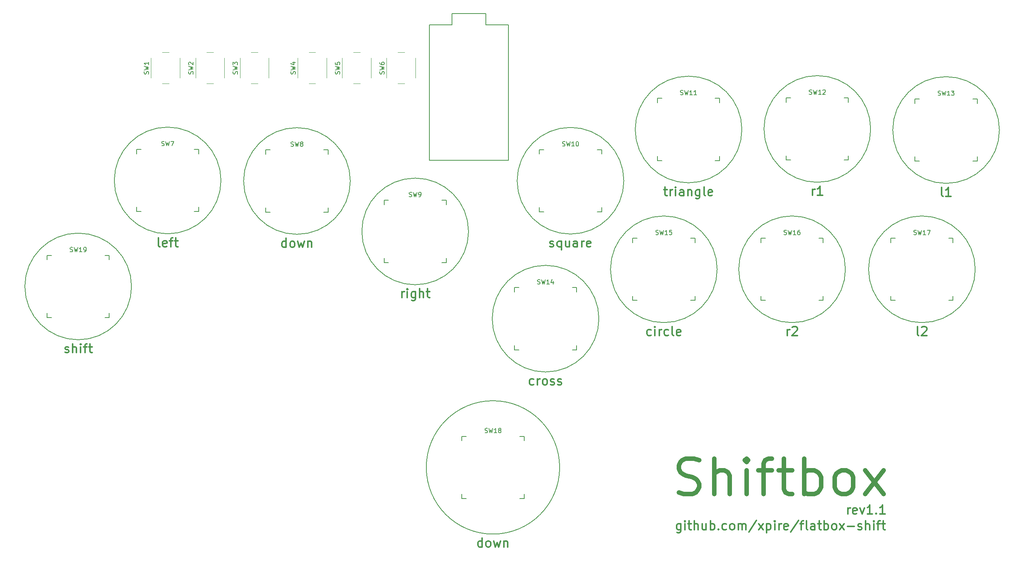
<source format=gto>
%TF.GenerationSoftware,KiCad,Pcbnew,(6.0.7)*%
%TF.CreationDate,2022-08-15T09:31:34+10:00*%
%TF.ProjectId,Flatbox-rev1_1,466c6174-626f-4782-9d72-6576315f312e,rev?*%
%TF.SameCoordinates,Original*%
%TF.FileFunction,Legend,Top*%
%TF.FilePolarity,Positive*%
%FSLAX46Y46*%
G04 Gerber Fmt 4.6, Leading zero omitted, Abs format (unit mm)*
G04 Created by KiCad (PCBNEW (6.0.7)) date 2022-08-15 09:31:34*
%MOMM*%
%LPD*%
G01*
G04 APERTURE LIST*
%ADD10C,0.300000*%
%ADD11C,0.200000*%
%ADD12C,1.000000*%
%ADD13C,0.150000*%
%ADD14C,0.120000*%
%ADD15R,1.600000X1.600000*%
%ADD16C,1.600000*%
%ADD17C,6.400000*%
%ADD18C,1.701800*%
%ADD19C,3.000000*%
%ADD20C,3.429000*%
%ADD21C,2.032000*%
%ADD22C,2.000000*%
G04 APERTURE END LIST*
D10*
X128991428Y-147524761D02*
X128991428Y-145524761D01*
X128991428Y-147429523D02*
X128800952Y-147524761D01*
X128420000Y-147524761D01*
X128229523Y-147429523D01*
X128134285Y-147334285D01*
X128039047Y-147143809D01*
X128039047Y-146572380D01*
X128134285Y-146381904D01*
X128229523Y-146286666D01*
X128420000Y-146191428D01*
X128800952Y-146191428D01*
X128991428Y-146286666D01*
X130229523Y-147524761D02*
X130039047Y-147429523D01*
X129943809Y-147334285D01*
X129848571Y-147143809D01*
X129848571Y-146572380D01*
X129943809Y-146381904D01*
X130039047Y-146286666D01*
X130229523Y-146191428D01*
X130515238Y-146191428D01*
X130705714Y-146286666D01*
X130800952Y-146381904D01*
X130896190Y-146572380D01*
X130896190Y-147143809D01*
X130800952Y-147334285D01*
X130705714Y-147429523D01*
X130515238Y-147524761D01*
X130229523Y-147524761D01*
X131562857Y-146191428D02*
X131943809Y-147524761D01*
X132324761Y-146572380D01*
X132705714Y-147524761D01*
X133086666Y-146191428D01*
X133848571Y-146191428D02*
X133848571Y-147524761D01*
X133848571Y-146381904D02*
X133943809Y-146286666D01*
X134134285Y-146191428D01*
X134420000Y-146191428D01*
X134610476Y-146286666D01*
X134705714Y-146477142D01*
X134705714Y-147524761D01*
X232645714Y-68604761D02*
X232455238Y-68509523D01*
X232360000Y-68319047D01*
X232360000Y-66604761D01*
X234455238Y-68604761D02*
X233312380Y-68604761D01*
X233883809Y-68604761D02*
X233883809Y-66604761D01*
X233693333Y-66890476D01*
X233502857Y-67080952D01*
X233312380Y-67176190D01*
X227205714Y-99944761D02*
X227015238Y-99849523D01*
X226920000Y-99659047D01*
X226920000Y-97944761D01*
X227872380Y-98135238D02*
X227967619Y-98040000D01*
X228158095Y-97944761D01*
X228634285Y-97944761D01*
X228824761Y-98040000D01*
X228920000Y-98135238D01*
X229015238Y-98325714D01*
X229015238Y-98516190D01*
X228920000Y-98801904D01*
X227777142Y-99944761D01*
X229015238Y-99944761D01*
X203294761Y-68364761D02*
X203294761Y-67031428D01*
X203294761Y-67412380D02*
X203390000Y-67221904D01*
X203485238Y-67126666D01*
X203675714Y-67031428D01*
X203866190Y-67031428D01*
X205580476Y-68364761D02*
X204437619Y-68364761D01*
X205009047Y-68364761D02*
X205009047Y-66364761D01*
X204818571Y-66650476D01*
X204628095Y-66840952D01*
X204437619Y-66936190D01*
X197614761Y-99944761D02*
X197614761Y-98611428D01*
X197614761Y-98992380D02*
X197710000Y-98801904D01*
X197805238Y-98706666D01*
X197995714Y-98611428D01*
X198186190Y-98611428D01*
X198757619Y-98135238D02*
X198852857Y-98040000D01*
X199043333Y-97944761D01*
X199519523Y-97944761D01*
X199710000Y-98040000D01*
X199805238Y-98135238D01*
X199900476Y-98325714D01*
X199900476Y-98516190D01*
X199805238Y-98801904D01*
X198662380Y-99944761D01*
X199900476Y-99944761D01*
X169848571Y-67151428D02*
X170610476Y-67151428D01*
X170134285Y-66484761D02*
X170134285Y-68199047D01*
X170229523Y-68389523D01*
X170420000Y-68484761D01*
X170610476Y-68484761D01*
X171277142Y-68484761D02*
X171277142Y-67151428D01*
X171277142Y-67532380D02*
X171372380Y-67341904D01*
X171467619Y-67246666D01*
X171658095Y-67151428D01*
X171848571Y-67151428D01*
X172515238Y-68484761D02*
X172515238Y-67151428D01*
X172515238Y-66484761D02*
X172420000Y-66580000D01*
X172515238Y-66675238D01*
X172610476Y-66580000D01*
X172515238Y-66484761D01*
X172515238Y-66675238D01*
X174324761Y-68484761D02*
X174324761Y-67437142D01*
X174229523Y-67246666D01*
X174039047Y-67151428D01*
X173658095Y-67151428D01*
X173467619Y-67246666D01*
X174324761Y-68389523D02*
X174134285Y-68484761D01*
X173658095Y-68484761D01*
X173467619Y-68389523D01*
X173372380Y-68199047D01*
X173372380Y-68008571D01*
X173467619Y-67818095D01*
X173658095Y-67722857D01*
X174134285Y-67722857D01*
X174324761Y-67627619D01*
X175277142Y-67151428D02*
X175277142Y-68484761D01*
X175277142Y-67341904D02*
X175372380Y-67246666D01*
X175562857Y-67151428D01*
X175848571Y-67151428D01*
X176039047Y-67246666D01*
X176134285Y-67437142D01*
X176134285Y-68484761D01*
X177943809Y-67151428D02*
X177943809Y-68770476D01*
X177848571Y-68960952D01*
X177753333Y-69056190D01*
X177562857Y-69151428D01*
X177277142Y-69151428D01*
X177086666Y-69056190D01*
X177943809Y-68389523D02*
X177753333Y-68484761D01*
X177372380Y-68484761D01*
X177181904Y-68389523D01*
X177086666Y-68294285D01*
X176991428Y-68103809D01*
X176991428Y-67532380D01*
X177086666Y-67341904D01*
X177181904Y-67246666D01*
X177372380Y-67151428D01*
X177753333Y-67151428D01*
X177943809Y-67246666D01*
X179181904Y-68484761D02*
X178991428Y-68389523D01*
X178896190Y-68199047D01*
X178896190Y-66484761D01*
X180705714Y-68389523D02*
X180515238Y-68484761D01*
X180134285Y-68484761D01*
X179943809Y-68389523D01*
X179848571Y-68199047D01*
X179848571Y-67437142D01*
X179943809Y-67246666D01*
X180134285Y-67151428D01*
X180515238Y-67151428D01*
X180705714Y-67246666D01*
X180800952Y-67437142D01*
X180800952Y-67627619D01*
X179848571Y-67818095D01*
X144240952Y-79919523D02*
X144431428Y-80014761D01*
X144812380Y-80014761D01*
X145002857Y-79919523D01*
X145098095Y-79729047D01*
X145098095Y-79633809D01*
X145002857Y-79443333D01*
X144812380Y-79348095D01*
X144526666Y-79348095D01*
X144336190Y-79252857D01*
X144240952Y-79062380D01*
X144240952Y-78967142D01*
X144336190Y-78776666D01*
X144526666Y-78681428D01*
X144812380Y-78681428D01*
X145002857Y-78776666D01*
X146812380Y-78681428D02*
X146812380Y-80681428D01*
X146812380Y-79919523D02*
X146621904Y-80014761D01*
X146240952Y-80014761D01*
X146050476Y-79919523D01*
X145955238Y-79824285D01*
X145860000Y-79633809D01*
X145860000Y-79062380D01*
X145955238Y-78871904D01*
X146050476Y-78776666D01*
X146240952Y-78681428D01*
X146621904Y-78681428D01*
X146812380Y-78776666D01*
X148621904Y-78681428D02*
X148621904Y-80014761D01*
X147764761Y-78681428D02*
X147764761Y-79729047D01*
X147860000Y-79919523D01*
X148050476Y-80014761D01*
X148336190Y-80014761D01*
X148526666Y-79919523D01*
X148621904Y-79824285D01*
X150431428Y-80014761D02*
X150431428Y-78967142D01*
X150336190Y-78776666D01*
X150145714Y-78681428D01*
X149764761Y-78681428D01*
X149574285Y-78776666D01*
X150431428Y-79919523D02*
X150240952Y-80014761D01*
X149764761Y-80014761D01*
X149574285Y-79919523D01*
X149479047Y-79729047D01*
X149479047Y-79538571D01*
X149574285Y-79348095D01*
X149764761Y-79252857D01*
X150240952Y-79252857D01*
X150431428Y-79157619D01*
X151383809Y-80014761D02*
X151383809Y-78681428D01*
X151383809Y-79062380D02*
X151479047Y-78871904D01*
X151574285Y-78776666D01*
X151764761Y-78681428D01*
X151955238Y-78681428D01*
X153383809Y-79919523D02*
X153193333Y-80014761D01*
X152812380Y-80014761D01*
X152621904Y-79919523D01*
X152526666Y-79729047D01*
X152526666Y-78967142D01*
X152621904Y-78776666D01*
X152812380Y-78681428D01*
X153193333Y-78681428D01*
X153383809Y-78776666D01*
X153479047Y-78967142D01*
X153479047Y-79157619D01*
X152526666Y-79348095D01*
X167002857Y-99849523D02*
X166812380Y-99944761D01*
X166431428Y-99944761D01*
X166240952Y-99849523D01*
X166145714Y-99754285D01*
X166050476Y-99563809D01*
X166050476Y-98992380D01*
X166145714Y-98801904D01*
X166240952Y-98706666D01*
X166431428Y-98611428D01*
X166812380Y-98611428D01*
X167002857Y-98706666D01*
X167860000Y-99944761D02*
X167860000Y-98611428D01*
X167860000Y-97944761D02*
X167764761Y-98040000D01*
X167860000Y-98135238D01*
X167955238Y-98040000D01*
X167860000Y-97944761D01*
X167860000Y-98135238D01*
X168812380Y-99944761D02*
X168812380Y-98611428D01*
X168812380Y-98992380D02*
X168907619Y-98801904D01*
X169002857Y-98706666D01*
X169193333Y-98611428D01*
X169383809Y-98611428D01*
X170907619Y-99849523D02*
X170717142Y-99944761D01*
X170336190Y-99944761D01*
X170145714Y-99849523D01*
X170050476Y-99754285D01*
X169955238Y-99563809D01*
X169955238Y-98992380D01*
X170050476Y-98801904D01*
X170145714Y-98706666D01*
X170336190Y-98611428D01*
X170717142Y-98611428D01*
X170907619Y-98706666D01*
X172050476Y-99944761D02*
X171860000Y-99849523D01*
X171764761Y-99659047D01*
X171764761Y-97944761D01*
X173574285Y-99849523D02*
X173383809Y-99944761D01*
X173002857Y-99944761D01*
X172812380Y-99849523D01*
X172717142Y-99659047D01*
X172717142Y-98897142D01*
X172812380Y-98706666D01*
X173002857Y-98611428D01*
X173383809Y-98611428D01*
X173574285Y-98706666D01*
X173669523Y-98897142D01*
X173669523Y-99087619D01*
X172717142Y-99278095D01*
X140583333Y-110959523D02*
X140392857Y-111054761D01*
X140011904Y-111054761D01*
X139821428Y-110959523D01*
X139726190Y-110864285D01*
X139630952Y-110673809D01*
X139630952Y-110102380D01*
X139726190Y-109911904D01*
X139821428Y-109816666D01*
X140011904Y-109721428D01*
X140392857Y-109721428D01*
X140583333Y-109816666D01*
X141440476Y-111054761D02*
X141440476Y-109721428D01*
X141440476Y-110102380D02*
X141535714Y-109911904D01*
X141630952Y-109816666D01*
X141821428Y-109721428D01*
X142011904Y-109721428D01*
X142964285Y-111054761D02*
X142773809Y-110959523D01*
X142678571Y-110864285D01*
X142583333Y-110673809D01*
X142583333Y-110102380D01*
X142678571Y-109911904D01*
X142773809Y-109816666D01*
X142964285Y-109721428D01*
X143250000Y-109721428D01*
X143440476Y-109816666D01*
X143535714Y-109911904D01*
X143630952Y-110102380D01*
X143630952Y-110673809D01*
X143535714Y-110864285D01*
X143440476Y-110959523D01*
X143250000Y-111054761D01*
X142964285Y-111054761D01*
X144392857Y-110959523D02*
X144583333Y-111054761D01*
X144964285Y-111054761D01*
X145154761Y-110959523D01*
X145250000Y-110769047D01*
X145250000Y-110673809D01*
X145154761Y-110483333D01*
X144964285Y-110388095D01*
X144678571Y-110388095D01*
X144488095Y-110292857D01*
X144392857Y-110102380D01*
X144392857Y-110007142D01*
X144488095Y-109816666D01*
X144678571Y-109721428D01*
X144964285Y-109721428D01*
X145154761Y-109816666D01*
X146011904Y-110959523D02*
X146202380Y-111054761D01*
X146583333Y-111054761D01*
X146773809Y-110959523D01*
X146869047Y-110769047D01*
X146869047Y-110673809D01*
X146773809Y-110483333D01*
X146583333Y-110388095D01*
X146297619Y-110388095D01*
X146107142Y-110292857D01*
X146011904Y-110102380D01*
X146011904Y-110007142D01*
X146107142Y-109816666D01*
X146297619Y-109721428D01*
X146583333Y-109721428D01*
X146773809Y-109816666D01*
X110920000Y-91424761D02*
X110920000Y-90091428D01*
X110920000Y-90472380D02*
X111015238Y-90281904D01*
X111110476Y-90186666D01*
X111300952Y-90091428D01*
X111491428Y-90091428D01*
X112158095Y-91424761D02*
X112158095Y-90091428D01*
X112158095Y-89424761D02*
X112062857Y-89520000D01*
X112158095Y-89615238D01*
X112253333Y-89520000D01*
X112158095Y-89424761D01*
X112158095Y-89615238D01*
X113967619Y-90091428D02*
X113967619Y-91710476D01*
X113872380Y-91900952D01*
X113777142Y-91996190D01*
X113586666Y-92091428D01*
X113300952Y-92091428D01*
X113110476Y-91996190D01*
X113967619Y-91329523D02*
X113777142Y-91424761D01*
X113396190Y-91424761D01*
X113205714Y-91329523D01*
X113110476Y-91234285D01*
X113015238Y-91043809D01*
X113015238Y-90472380D01*
X113110476Y-90281904D01*
X113205714Y-90186666D01*
X113396190Y-90091428D01*
X113777142Y-90091428D01*
X113967619Y-90186666D01*
X114920000Y-91424761D02*
X114920000Y-89424761D01*
X115777142Y-91424761D02*
X115777142Y-90377142D01*
X115681904Y-90186666D01*
X115491428Y-90091428D01*
X115205714Y-90091428D01*
X115015238Y-90186666D01*
X114920000Y-90281904D01*
X116443809Y-90091428D02*
X117205714Y-90091428D01*
X116729523Y-89424761D02*
X116729523Y-91139047D01*
X116824761Y-91329523D01*
X117015238Y-91424761D01*
X117205714Y-91424761D01*
X84891428Y-80074761D02*
X84891428Y-78074761D01*
X84891428Y-79979523D02*
X84700952Y-80074761D01*
X84320000Y-80074761D01*
X84129523Y-79979523D01*
X84034285Y-79884285D01*
X83939047Y-79693809D01*
X83939047Y-79122380D01*
X84034285Y-78931904D01*
X84129523Y-78836666D01*
X84320000Y-78741428D01*
X84700952Y-78741428D01*
X84891428Y-78836666D01*
X86129523Y-80074761D02*
X85939047Y-79979523D01*
X85843809Y-79884285D01*
X85748571Y-79693809D01*
X85748571Y-79122380D01*
X85843809Y-78931904D01*
X85939047Y-78836666D01*
X86129523Y-78741428D01*
X86415238Y-78741428D01*
X86605714Y-78836666D01*
X86700952Y-78931904D01*
X86796190Y-79122380D01*
X86796190Y-79693809D01*
X86700952Y-79884285D01*
X86605714Y-79979523D01*
X86415238Y-80074761D01*
X86129523Y-80074761D01*
X87462857Y-78741428D02*
X87843809Y-80074761D01*
X88224761Y-79122380D01*
X88605714Y-80074761D01*
X88986666Y-78741428D01*
X89748571Y-78741428D02*
X89748571Y-80074761D01*
X89748571Y-78931904D02*
X89843809Y-78836666D01*
X90034285Y-78741428D01*
X90320000Y-78741428D01*
X90510476Y-78836666D01*
X90605714Y-79027142D01*
X90605714Y-80074761D01*
X56463095Y-79954761D02*
X56272619Y-79859523D01*
X56177380Y-79669047D01*
X56177380Y-77954761D01*
X57986904Y-79859523D02*
X57796428Y-79954761D01*
X57415476Y-79954761D01*
X57225000Y-79859523D01*
X57129761Y-79669047D01*
X57129761Y-78907142D01*
X57225000Y-78716666D01*
X57415476Y-78621428D01*
X57796428Y-78621428D01*
X57986904Y-78716666D01*
X58082142Y-78907142D01*
X58082142Y-79097619D01*
X57129761Y-79288095D01*
X58653571Y-78621428D02*
X59415476Y-78621428D01*
X58939285Y-79954761D02*
X58939285Y-78240476D01*
X59034523Y-78050000D01*
X59225000Y-77954761D01*
X59415476Y-77954761D01*
X59796428Y-78621428D02*
X60558333Y-78621428D01*
X60082142Y-77954761D02*
X60082142Y-79669047D01*
X60177380Y-79859523D01*
X60367857Y-79954761D01*
X60558333Y-79954761D01*
X35147619Y-103709523D02*
X35338095Y-103804761D01*
X35719047Y-103804761D01*
X35909523Y-103709523D01*
X36004761Y-103519047D01*
X36004761Y-103423809D01*
X35909523Y-103233333D01*
X35719047Y-103138095D01*
X35433333Y-103138095D01*
X35242857Y-103042857D01*
X35147619Y-102852380D01*
X35147619Y-102757142D01*
X35242857Y-102566666D01*
X35433333Y-102471428D01*
X35719047Y-102471428D01*
X35909523Y-102566666D01*
X36861904Y-103804761D02*
X36861904Y-101804761D01*
X37719047Y-103804761D02*
X37719047Y-102757142D01*
X37623809Y-102566666D01*
X37433333Y-102471428D01*
X37147619Y-102471428D01*
X36957142Y-102566666D01*
X36861904Y-102661904D01*
X38671428Y-103804761D02*
X38671428Y-102471428D01*
X38671428Y-101804761D02*
X38576190Y-101900000D01*
X38671428Y-101995238D01*
X38766666Y-101900000D01*
X38671428Y-101804761D01*
X38671428Y-101995238D01*
X39338095Y-102471428D02*
X40100000Y-102471428D01*
X39623809Y-103804761D02*
X39623809Y-102090476D01*
X39719047Y-101900000D01*
X39909523Y-101804761D01*
X40100000Y-101804761D01*
X40480952Y-102471428D02*
X41242857Y-102471428D01*
X40766666Y-101804761D02*
X40766666Y-103519047D01*
X40861904Y-103709523D01*
X41052380Y-103804761D01*
X41242857Y-103804761D01*
X173659428Y-142319428D02*
X173659428Y-143938476D01*
X173564190Y-144128952D01*
X173468952Y-144224190D01*
X173278476Y-144319428D01*
X172992761Y-144319428D01*
X172802285Y-144224190D01*
X173659428Y-143557523D02*
X173468952Y-143652761D01*
X173088000Y-143652761D01*
X172897523Y-143557523D01*
X172802285Y-143462285D01*
X172707047Y-143271809D01*
X172707047Y-142700380D01*
X172802285Y-142509904D01*
X172897523Y-142414666D01*
X173088000Y-142319428D01*
X173468952Y-142319428D01*
X173659428Y-142414666D01*
X174611809Y-143652761D02*
X174611809Y-142319428D01*
X174611809Y-141652761D02*
X174516571Y-141748000D01*
X174611809Y-141843238D01*
X174707047Y-141748000D01*
X174611809Y-141652761D01*
X174611809Y-141843238D01*
X175278476Y-142319428D02*
X176040380Y-142319428D01*
X175564190Y-141652761D02*
X175564190Y-143367047D01*
X175659428Y-143557523D01*
X175849904Y-143652761D01*
X176040380Y-143652761D01*
X176707047Y-143652761D02*
X176707047Y-141652761D01*
X177564190Y-143652761D02*
X177564190Y-142605142D01*
X177468952Y-142414666D01*
X177278476Y-142319428D01*
X176992761Y-142319428D01*
X176802285Y-142414666D01*
X176707047Y-142509904D01*
X179373714Y-142319428D02*
X179373714Y-143652761D01*
X178516571Y-142319428D02*
X178516571Y-143367047D01*
X178611809Y-143557523D01*
X178802285Y-143652761D01*
X179088000Y-143652761D01*
X179278476Y-143557523D01*
X179373714Y-143462285D01*
X180326095Y-143652761D02*
X180326095Y-141652761D01*
X180326095Y-142414666D02*
X180516571Y-142319428D01*
X180897523Y-142319428D01*
X181088000Y-142414666D01*
X181183238Y-142509904D01*
X181278476Y-142700380D01*
X181278476Y-143271809D01*
X181183238Y-143462285D01*
X181088000Y-143557523D01*
X180897523Y-143652761D01*
X180516571Y-143652761D01*
X180326095Y-143557523D01*
X182135619Y-143462285D02*
X182230857Y-143557523D01*
X182135619Y-143652761D01*
X182040380Y-143557523D01*
X182135619Y-143462285D01*
X182135619Y-143652761D01*
X183945142Y-143557523D02*
X183754666Y-143652761D01*
X183373714Y-143652761D01*
X183183238Y-143557523D01*
X183087999Y-143462285D01*
X182992761Y-143271809D01*
X182992761Y-142700380D01*
X183087999Y-142509904D01*
X183183238Y-142414666D01*
X183373714Y-142319428D01*
X183754666Y-142319428D01*
X183945142Y-142414666D01*
X185087999Y-143652761D02*
X184897523Y-143557523D01*
X184802285Y-143462285D01*
X184707047Y-143271809D01*
X184707047Y-142700380D01*
X184802285Y-142509904D01*
X184897523Y-142414666D01*
X185087999Y-142319428D01*
X185373714Y-142319428D01*
X185564190Y-142414666D01*
X185659428Y-142509904D01*
X185754666Y-142700380D01*
X185754666Y-143271809D01*
X185659428Y-143462285D01*
X185564190Y-143557523D01*
X185373714Y-143652761D01*
X185087999Y-143652761D01*
X186611809Y-143652761D02*
X186611809Y-142319428D01*
X186611809Y-142509904D02*
X186707047Y-142414666D01*
X186897523Y-142319428D01*
X187183238Y-142319428D01*
X187373714Y-142414666D01*
X187468952Y-142605142D01*
X187468952Y-143652761D01*
X187468952Y-142605142D02*
X187564190Y-142414666D01*
X187754666Y-142319428D01*
X188040380Y-142319428D01*
X188230857Y-142414666D01*
X188326095Y-142605142D01*
X188326095Y-143652761D01*
X190707047Y-141557523D02*
X188992761Y-144128952D01*
X191183238Y-143652761D02*
X192230857Y-142319428D01*
X191183238Y-142319428D02*
X192230857Y-143652761D01*
X192992761Y-142319428D02*
X192992761Y-144319428D01*
X192992761Y-142414666D02*
X193183238Y-142319428D01*
X193564190Y-142319428D01*
X193754666Y-142414666D01*
X193849904Y-142509904D01*
X193945142Y-142700380D01*
X193945142Y-143271809D01*
X193849904Y-143462285D01*
X193754666Y-143557523D01*
X193564190Y-143652761D01*
X193183238Y-143652761D01*
X192992761Y-143557523D01*
X194802285Y-143652761D02*
X194802285Y-142319428D01*
X194802285Y-141652761D02*
X194707047Y-141748000D01*
X194802285Y-141843238D01*
X194897523Y-141748000D01*
X194802285Y-141652761D01*
X194802285Y-141843238D01*
X195754666Y-143652761D02*
X195754666Y-142319428D01*
X195754666Y-142700380D02*
X195849904Y-142509904D01*
X195945142Y-142414666D01*
X196135619Y-142319428D01*
X196326095Y-142319428D01*
X197754666Y-143557523D02*
X197564190Y-143652761D01*
X197183238Y-143652761D01*
X196992761Y-143557523D01*
X196897523Y-143367047D01*
X196897523Y-142605142D01*
X196992761Y-142414666D01*
X197183238Y-142319428D01*
X197564190Y-142319428D01*
X197754666Y-142414666D01*
X197849904Y-142605142D01*
X197849904Y-142795619D01*
X196897523Y-142986095D01*
X200135619Y-141557523D02*
X198421333Y-144128952D01*
X200516571Y-142319428D02*
X201278476Y-142319428D01*
X200802285Y-143652761D02*
X200802285Y-141938476D01*
X200897523Y-141748000D01*
X201087999Y-141652761D01*
X201278476Y-141652761D01*
X202230857Y-143652761D02*
X202040380Y-143557523D01*
X201945142Y-143367047D01*
X201945142Y-141652761D01*
X203849904Y-143652761D02*
X203849904Y-142605142D01*
X203754666Y-142414666D01*
X203564190Y-142319428D01*
X203183238Y-142319428D01*
X202992761Y-142414666D01*
X203849904Y-143557523D02*
X203659428Y-143652761D01*
X203183238Y-143652761D01*
X202992761Y-143557523D01*
X202897523Y-143367047D01*
X202897523Y-143176571D01*
X202992761Y-142986095D01*
X203183238Y-142890857D01*
X203659428Y-142890857D01*
X203849904Y-142795619D01*
X204516571Y-142319428D02*
X205278476Y-142319428D01*
X204802285Y-141652761D02*
X204802285Y-143367047D01*
X204897523Y-143557523D01*
X205087999Y-143652761D01*
X205278476Y-143652761D01*
X205945142Y-143652761D02*
X205945142Y-141652761D01*
X205945142Y-142414666D02*
X206135619Y-142319428D01*
X206516571Y-142319428D01*
X206707047Y-142414666D01*
X206802285Y-142509904D01*
X206897523Y-142700380D01*
X206897523Y-143271809D01*
X206802285Y-143462285D01*
X206707047Y-143557523D01*
X206516571Y-143652761D01*
X206135619Y-143652761D01*
X205945142Y-143557523D01*
X208040380Y-143652761D02*
X207849904Y-143557523D01*
X207754666Y-143462285D01*
X207659428Y-143271809D01*
X207659428Y-142700380D01*
X207754666Y-142509904D01*
X207849904Y-142414666D01*
X208040380Y-142319428D01*
X208326095Y-142319428D01*
X208516571Y-142414666D01*
X208611809Y-142509904D01*
X208707047Y-142700380D01*
X208707047Y-143271809D01*
X208611809Y-143462285D01*
X208516571Y-143557523D01*
X208326095Y-143652761D01*
X208040380Y-143652761D01*
X209373714Y-143652761D02*
X210421333Y-142319428D01*
X209373714Y-142319428D02*
X210421333Y-143652761D01*
X211183238Y-142890857D02*
X212707047Y-142890857D01*
X213564190Y-143557523D02*
X213754666Y-143652761D01*
X214135619Y-143652761D01*
X214326095Y-143557523D01*
X214421333Y-143367047D01*
X214421333Y-143271809D01*
X214326095Y-143081333D01*
X214135619Y-142986095D01*
X213849904Y-142986095D01*
X213659428Y-142890857D01*
X213564190Y-142700380D01*
X213564190Y-142605142D01*
X213659428Y-142414666D01*
X213849904Y-142319428D01*
X214135619Y-142319428D01*
X214326095Y-142414666D01*
X215278476Y-143652761D02*
X215278476Y-141652761D01*
X216135619Y-143652761D02*
X216135619Y-142605142D01*
X216040380Y-142414666D01*
X215849904Y-142319428D01*
X215564190Y-142319428D01*
X215373714Y-142414666D01*
X215278476Y-142509904D01*
X217087999Y-143652761D02*
X217087999Y-142319428D01*
X217087999Y-141652761D02*
X216992761Y-141748000D01*
X217087999Y-141843238D01*
X217183238Y-141748000D01*
X217087999Y-141652761D01*
X217087999Y-141843238D01*
X217754666Y-142319428D02*
X218516571Y-142319428D01*
X218040380Y-143652761D02*
X218040380Y-141938476D01*
X218135619Y-141748000D01*
X218326095Y-141652761D01*
X218516571Y-141652761D01*
X218897523Y-142319428D02*
X219659428Y-142319428D01*
X219183238Y-141652761D02*
X219183238Y-143367047D01*
X219278476Y-143557523D01*
X219468952Y-143652761D01*
X219659428Y-143652761D01*
D11*
X239920000Y-85040000D02*
G75*
G03*
X239920000Y-85040000I-12000000J0D01*
G01*
X245360000Y-53700000D02*
G75*
G03*
X245360000Y-53700000I-12000000J0D01*
G01*
X210710000Y-85040000D02*
G75*
G03*
X210710000Y-85040000I-12000000J0D01*
G01*
X216390000Y-53460000D02*
G75*
G03*
X216390000Y-53460000I-12000000J0D01*
G01*
X181860000Y-85040000D02*
G75*
G03*
X181860000Y-85040000I-12000000J0D01*
G01*
X187420000Y-53580000D02*
G75*
G03*
X187420000Y-53580000I-12000000J0D01*
G01*
X155250000Y-96150000D02*
G75*
G03*
X155250000Y-96150000I-12000000J0D01*
G01*
X160860000Y-65110000D02*
G75*
G03*
X160860000Y-65110000I-12000000J0D01*
G01*
X125920000Y-76520000D02*
G75*
G03*
X125920000Y-76520000I-12000000J0D01*
G01*
X99320000Y-65170000D02*
G75*
G03*
X99320000Y-65170000I-12000000J0D01*
G01*
X70225000Y-65050000D02*
G75*
G03*
X70225000Y-65050000I-12000000J0D01*
G01*
X50100000Y-88900000D02*
G75*
G03*
X50100000Y-88900000I-12000000J0D01*
G01*
X146420000Y-129620000D02*
G75*
G03*
X146420000Y-129620000I-15000000J0D01*
G01*
D10*
X211249142Y-140096761D02*
X211249142Y-138763428D01*
X211249142Y-139144380D02*
X211344380Y-138953904D01*
X211439619Y-138858666D01*
X211630095Y-138763428D01*
X211820571Y-138763428D01*
X213249142Y-140001523D02*
X213058666Y-140096761D01*
X212677714Y-140096761D01*
X212487238Y-140001523D01*
X212392000Y-139811047D01*
X212392000Y-139049142D01*
X212487238Y-138858666D01*
X212677714Y-138763428D01*
X213058666Y-138763428D01*
X213249142Y-138858666D01*
X213344380Y-139049142D01*
X213344380Y-139239619D01*
X212392000Y-139430095D01*
X214011047Y-138763428D02*
X214487238Y-140096761D01*
X214963428Y-138763428D01*
X216772952Y-140096761D02*
X215630095Y-140096761D01*
X216201523Y-140096761D02*
X216201523Y-138096761D01*
X216011047Y-138382476D01*
X215820571Y-138572952D01*
X215630095Y-138668190D01*
X217630095Y-139906285D02*
X217725333Y-140001523D01*
X217630095Y-140096761D01*
X217534857Y-140001523D01*
X217630095Y-139906285D01*
X217630095Y-140096761D01*
X219630095Y-140096761D02*
X218487238Y-140096761D01*
X219058666Y-140096761D02*
X219058666Y-138096761D01*
X218868190Y-138382476D01*
X218677714Y-138572952D01*
X218487238Y-138668190D01*
D12*
X173230857Y-135238095D02*
X174373714Y-135619047D01*
X176278476Y-135619047D01*
X177040380Y-135238095D01*
X177421333Y-134857142D01*
X177802285Y-134095238D01*
X177802285Y-133333333D01*
X177421333Y-132571428D01*
X177040380Y-132190476D01*
X176278476Y-131809523D01*
X174754666Y-131428571D01*
X173992761Y-131047619D01*
X173611809Y-130666666D01*
X173230857Y-129904761D01*
X173230857Y-129142857D01*
X173611809Y-128380952D01*
X173992761Y-128000000D01*
X174754666Y-127619047D01*
X176659428Y-127619047D01*
X177802285Y-128000000D01*
X181230857Y-135619047D02*
X181230857Y-127619047D01*
X184659428Y-135619047D02*
X184659428Y-131428571D01*
X184278476Y-130666666D01*
X183516571Y-130285714D01*
X182373714Y-130285714D01*
X181611809Y-130666666D01*
X181230857Y-131047619D01*
X188468952Y-135619047D02*
X188468952Y-130285714D01*
X188468952Y-127619047D02*
X188088000Y-128000000D01*
X188468952Y-128380952D01*
X188849904Y-128000000D01*
X188468952Y-127619047D01*
X188468952Y-128380952D01*
X191135619Y-130285714D02*
X194183238Y-130285714D01*
X192278476Y-135619047D02*
X192278476Y-128761904D01*
X192659428Y-128000000D01*
X193421333Y-127619047D01*
X194183238Y-127619047D01*
X195707047Y-130285714D02*
X198754666Y-130285714D01*
X196849904Y-127619047D02*
X196849904Y-134476190D01*
X197230857Y-135238095D01*
X197992761Y-135619047D01*
X198754666Y-135619047D01*
X201421333Y-135619047D02*
X201421333Y-127619047D01*
X201421333Y-130666666D02*
X202183238Y-130285714D01*
X203707047Y-130285714D01*
X204468952Y-130666666D01*
X204849904Y-131047619D01*
X205230857Y-131809523D01*
X205230857Y-134095238D01*
X204849904Y-134857142D01*
X204468952Y-135238095D01*
X203707047Y-135619047D01*
X202183238Y-135619047D01*
X201421333Y-135238095D01*
X209802285Y-135619047D02*
X209040380Y-135238095D01*
X208659428Y-134857142D01*
X208278476Y-134095238D01*
X208278476Y-131809523D01*
X208659428Y-131047619D01*
X209040380Y-130666666D01*
X209802285Y-130285714D01*
X210945142Y-130285714D01*
X211707047Y-130666666D01*
X212088000Y-131047619D01*
X212468952Y-131809523D01*
X212468952Y-134095238D01*
X212088000Y-134857142D01*
X211707047Y-135238095D01*
X210945142Y-135619047D01*
X209802285Y-135619047D01*
X215135619Y-135619047D02*
X219326095Y-130285714D01*
X215135619Y-130285714D02*
X219326095Y-135619047D01*
D13*
X36290476Y-81049761D02*
X36433333Y-81097380D01*
X36671428Y-81097380D01*
X36766666Y-81049761D01*
X36814285Y-81002142D01*
X36861904Y-80906904D01*
X36861904Y-80811666D01*
X36814285Y-80716428D01*
X36766666Y-80668809D01*
X36671428Y-80621190D01*
X36480952Y-80573571D01*
X36385714Y-80525952D01*
X36338095Y-80478333D01*
X36290476Y-80383095D01*
X36290476Y-80287857D01*
X36338095Y-80192619D01*
X36385714Y-80145000D01*
X36480952Y-80097380D01*
X36719047Y-80097380D01*
X36861904Y-80145000D01*
X37195238Y-80097380D02*
X37433333Y-81097380D01*
X37623809Y-80383095D01*
X37814285Y-81097380D01*
X38052380Y-80097380D01*
X38957142Y-81097380D02*
X38385714Y-81097380D01*
X38671428Y-81097380D02*
X38671428Y-80097380D01*
X38576190Y-80240238D01*
X38480952Y-80335476D01*
X38385714Y-80383095D01*
X39433333Y-81097380D02*
X39623809Y-81097380D01*
X39719047Y-81049761D01*
X39766666Y-81002142D01*
X39861904Y-80859285D01*
X39909523Y-80668809D01*
X39909523Y-80287857D01*
X39861904Y-80192619D01*
X39814285Y-80145000D01*
X39719047Y-80097380D01*
X39528571Y-80097380D01*
X39433333Y-80145000D01*
X39385714Y-80192619D01*
X39338095Y-80287857D01*
X39338095Y-80525952D01*
X39385714Y-80621190D01*
X39433333Y-80668809D01*
X39528571Y-80716428D01*
X39719047Y-80716428D01*
X39814285Y-80668809D01*
X39861904Y-80621190D01*
X39909523Y-80525952D01*
X106904761Y-41083333D02*
X106952380Y-40940476D01*
X106952380Y-40702380D01*
X106904761Y-40607142D01*
X106857142Y-40559523D01*
X106761904Y-40511904D01*
X106666666Y-40511904D01*
X106571428Y-40559523D01*
X106523809Y-40607142D01*
X106476190Y-40702380D01*
X106428571Y-40892857D01*
X106380952Y-40988095D01*
X106333333Y-41035714D01*
X106238095Y-41083333D01*
X106142857Y-41083333D01*
X106047619Y-41035714D01*
X106000000Y-40988095D01*
X105952380Y-40892857D01*
X105952380Y-40654761D01*
X106000000Y-40511904D01*
X105952380Y-40178571D02*
X106952380Y-39940476D01*
X106238095Y-39750000D01*
X106952380Y-39559523D01*
X105952380Y-39321428D01*
X105952380Y-38511904D02*
X105952380Y-38702380D01*
X106000000Y-38797619D01*
X106047619Y-38845238D01*
X106190476Y-38940476D01*
X106380952Y-38988095D01*
X106761904Y-38988095D01*
X106857142Y-38940476D01*
X106904761Y-38892857D01*
X106952380Y-38797619D01*
X106952380Y-38607142D01*
X106904761Y-38511904D01*
X106857142Y-38464285D01*
X106761904Y-38416666D01*
X106523809Y-38416666D01*
X106428571Y-38464285D01*
X106380952Y-38511904D01*
X106333333Y-38607142D01*
X106333333Y-38797619D01*
X106380952Y-38892857D01*
X106428571Y-38940476D01*
X106523809Y-38988095D01*
X96904761Y-41083333D02*
X96952380Y-40940476D01*
X96952380Y-40702380D01*
X96904761Y-40607142D01*
X96857142Y-40559523D01*
X96761904Y-40511904D01*
X96666666Y-40511904D01*
X96571428Y-40559523D01*
X96523809Y-40607142D01*
X96476190Y-40702380D01*
X96428571Y-40892857D01*
X96380952Y-40988095D01*
X96333333Y-41035714D01*
X96238095Y-41083333D01*
X96142857Y-41083333D01*
X96047619Y-41035714D01*
X96000000Y-40988095D01*
X95952380Y-40892857D01*
X95952380Y-40654761D01*
X96000000Y-40511904D01*
X95952380Y-40178571D02*
X96952380Y-39940476D01*
X96238095Y-39750000D01*
X96952380Y-39559523D01*
X95952380Y-39321428D01*
X95952380Y-38464285D02*
X95952380Y-38940476D01*
X96428571Y-38988095D01*
X96380952Y-38940476D01*
X96333333Y-38845238D01*
X96333333Y-38607142D01*
X96380952Y-38511904D01*
X96428571Y-38464285D01*
X96523809Y-38416666D01*
X96761904Y-38416666D01*
X96857142Y-38464285D01*
X96904761Y-38511904D01*
X96952380Y-38607142D01*
X96952380Y-38845238D01*
X96904761Y-38940476D01*
X96857142Y-38988095D01*
X86904761Y-41083333D02*
X86952380Y-40940476D01*
X86952380Y-40702380D01*
X86904761Y-40607142D01*
X86857142Y-40559523D01*
X86761904Y-40511904D01*
X86666666Y-40511904D01*
X86571428Y-40559523D01*
X86523809Y-40607142D01*
X86476190Y-40702380D01*
X86428571Y-40892857D01*
X86380952Y-40988095D01*
X86333333Y-41035714D01*
X86238095Y-41083333D01*
X86142857Y-41083333D01*
X86047619Y-41035714D01*
X86000000Y-40988095D01*
X85952380Y-40892857D01*
X85952380Y-40654761D01*
X86000000Y-40511904D01*
X85952380Y-40178571D02*
X86952380Y-39940476D01*
X86238095Y-39750000D01*
X86952380Y-39559523D01*
X85952380Y-39321428D01*
X86285714Y-38511904D02*
X86952380Y-38511904D01*
X85904761Y-38750000D02*
X86619047Y-38988095D01*
X86619047Y-38369047D01*
X73904761Y-41083333D02*
X73952380Y-40940476D01*
X73952380Y-40702380D01*
X73904761Y-40607142D01*
X73857142Y-40559523D01*
X73761904Y-40511904D01*
X73666666Y-40511904D01*
X73571428Y-40559523D01*
X73523809Y-40607142D01*
X73476190Y-40702380D01*
X73428571Y-40892857D01*
X73380952Y-40988095D01*
X73333333Y-41035714D01*
X73238095Y-41083333D01*
X73142857Y-41083333D01*
X73047619Y-41035714D01*
X73000000Y-40988095D01*
X72952380Y-40892857D01*
X72952380Y-40654761D01*
X73000000Y-40511904D01*
X72952380Y-40178571D02*
X73952380Y-39940476D01*
X73238095Y-39750000D01*
X73952380Y-39559523D01*
X72952380Y-39321428D01*
X72952380Y-39035714D02*
X72952380Y-38416666D01*
X73333333Y-38750000D01*
X73333333Y-38607142D01*
X73380952Y-38511904D01*
X73428571Y-38464285D01*
X73523809Y-38416666D01*
X73761904Y-38416666D01*
X73857142Y-38464285D01*
X73904761Y-38511904D01*
X73952380Y-38607142D01*
X73952380Y-38892857D01*
X73904761Y-38988095D01*
X73857142Y-39035714D01*
X63904761Y-41083333D02*
X63952380Y-40940476D01*
X63952380Y-40702380D01*
X63904761Y-40607142D01*
X63857142Y-40559523D01*
X63761904Y-40511904D01*
X63666666Y-40511904D01*
X63571428Y-40559523D01*
X63523809Y-40607142D01*
X63476190Y-40702380D01*
X63428571Y-40892857D01*
X63380952Y-40988095D01*
X63333333Y-41035714D01*
X63238095Y-41083333D01*
X63142857Y-41083333D01*
X63047619Y-41035714D01*
X63000000Y-40988095D01*
X62952380Y-40892857D01*
X62952380Y-40654761D01*
X63000000Y-40511904D01*
X62952380Y-40178571D02*
X63952380Y-39940476D01*
X63238095Y-39750000D01*
X63952380Y-39559523D01*
X62952380Y-39321428D01*
X63047619Y-38988095D02*
X63000000Y-38940476D01*
X62952380Y-38845238D01*
X62952380Y-38607142D01*
X63000000Y-38511904D01*
X63047619Y-38464285D01*
X63142857Y-38416666D01*
X63238095Y-38416666D01*
X63380952Y-38464285D01*
X63952380Y-39035714D01*
X63952380Y-38416666D01*
X53904761Y-41083333D02*
X53952380Y-40940476D01*
X53952380Y-40702380D01*
X53904761Y-40607142D01*
X53857142Y-40559523D01*
X53761904Y-40511904D01*
X53666666Y-40511904D01*
X53571428Y-40559523D01*
X53523809Y-40607142D01*
X53476190Y-40702380D01*
X53428571Y-40892857D01*
X53380952Y-40988095D01*
X53333333Y-41035714D01*
X53238095Y-41083333D01*
X53142857Y-41083333D01*
X53047619Y-41035714D01*
X53000000Y-40988095D01*
X52952380Y-40892857D01*
X52952380Y-40654761D01*
X53000000Y-40511904D01*
X52952380Y-40178571D02*
X53952380Y-39940476D01*
X53238095Y-39750000D01*
X53952380Y-39559523D01*
X52952380Y-39321428D01*
X53952380Y-38416666D02*
X53952380Y-38988095D01*
X53952380Y-38702380D02*
X52952380Y-38702380D01*
X53095238Y-38797619D01*
X53190476Y-38892857D01*
X53238095Y-38988095D01*
X226110476Y-77189761D02*
X226253333Y-77237380D01*
X226491428Y-77237380D01*
X226586666Y-77189761D01*
X226634285Y-77142142D01*
X226681904Y-77046904D01*
X226681904Y-76951666D01*
X226634285Y-76856428D01*
X226586666Y-76808809D01*
X226491428Y-76761190D01*
X226300952Y-76713571D01*
X226205714Y-76665952D01*
X226158095Y-76618333D01*
X226110476Y-76523095D01*
X226110476Y-76427857D01*
X226158095Y-76332619D01*
X226205714Y-76285000D01*
X226300952Y-76237380D01*
X226539047Y-76237380D01*
X226681904Y-76285000D01*
X227015238Y-76237380D02*
X227253333Y-77237380D01*
X227443809Y-76523095D01*
X227634285Y-77237380D01*
X227872380Y-76237380D01*
X228777142Y-77237380D02*
X228205714Y-77237380D01*
X228491428Y-77237380D02*
X228491428Y-76237380D01*
X228396190Y-76380238D01*
X228300952Y-76475476D01*
X228205714Y-76523095D01*
X229110476Y-76237380D02*
X229777142Y-76237380D01*
X229348571Y-77237380D01*
X196900476Y-77189761D02*
X197043333Y-77237380D01*
X197281428Y-77237380D01*
X197376666Y-77189761D01*
X197424285Y-77142142D01*
X197471904Y-77046904D01*
X197471904Y-76951666D01*
X197424285Y-76856428D01*
X197376666Y-76808809D01*
X197281428Y-76761190D01*
X197090952Y-76713571D01*
X196995714Y-76665952D01*
X196948095Y-76618333D01*
X196900476Y-76523095D01*
X196900476Y-76427857D01*
X196948095Y-76332619D01*
X196995714Y-76285000D01*
X197090952Y-76237380D01*
X197329047Y-76237380D01*
X197471904Y-76285000D01*
X197805238Y-76237380D02*
X198043333Y-77237380D01*
X198233809Y-76523095D01*
X198424285Y-77237380D01*
X198662380Y-76237380D01*
X199567142Y-77237380D02*
X198995714Y-77237380D01*
X199281428Y-77237380D02*
X199281428Y-76237380D01*
X199186190Y-76380238D01*
X199090952Y-76475476D01*
X198995714Y-76523095D01*
X200424285Y-76237380D02*
X200233809Y-76237380D01*
X200138571Y-76285000D01*
X200090952Y-76332619D01*
X199995714Y-76475476D01*
X199948095Y-76665952D01*
X199948095Y-77046904D01*
X199995714Y-77142142D01*
X200043333Y-77189761D01*
X200138571Y-77237380D01*
X200329047Y-77237380D01*
X200424285Y-77189761D01*
X200471904Y-77142142D01*
X200519523Y-77046904D01*
X200519523Y-76808809D01*
X200471904Y-76713571D01*
X200424285Y-76665952D01*
X200329047Y-76618333D01*
X200138571Y-76618333D01*
X200043333Y-76665952D01*
X199995714Y-76713571D01*
X199948095Y-76808809D01*
X168050476Y-77189761D02*
X168193333Y-77237380D01*
X168431428Y-77237380D01*
X168526666Y-77189761D01*
X168574285Y-77142142D01*
X168621904Y-77046904D01*
X168621904Y-76951666D01*
X168574285Y-76856428D01*
X168526666Y-76808809D01*
X168431428Y-76761190D01*
X168240952Y-76713571D01*
X168145714Y-76665952D01*
X168098095Y-76618333D01*
X168050476Y-76523095D01*
X168050476Y-76427857D01*
X168098095Y-76332619D01*
X168145714Y-76285000D01*
X168240952Y-76237380D01*
X168479047Y-76237380D01*
X168621904Y-76285000D01*
X168955238Y-76237380D02*
X169193333Y-77237380D01*
X169383809Y-76523095D01*
X169574285Y-77237380D01*
X169812380Y-76237380D01*
X170717142Y-77237380D02*
X170145714Y-77237380D01*
X170431428Y-77237380D02*
X170431428Y-76237380D01*
X170336190Y-76380238D01*
X170240952Y-76475476D01*
X170145714Y-76523095D01*
X171621904Y-76237380D02*
X171145714Y-76237380D01*
X171098095Y-76713571D01*
X171145714Y-76665952D01*
X171240952Y-76618333D01*
X171479047Y-76618333D01*
X171574285Y-76665952D01*
X171621904Y-76713571D01*
X171669523Y-76808809D01*
X171669523Y-77046904D01*
X171621904Y-77142142D01*
X171574285Y-77189761D01*
X171479047Y-77237380D01*
X171240952Y-77237380D01*
X171145714Y-77189761D01*
X171098095Y-77142142D01*
X141440476Y-88299761D02*
X141583333Y-88347380D01*
X141821428Y-88347380D01*
X141916666Y-88299761D01*
X141964285Y-88252142D01*
X142011904Y-88156904D01*
X142011904Y-88061666D01*
X141964285Y-87966428D01*
X141916666Y-87918809D01*
X141821428Y-87871190D01*
X141630952Y-87823571D01*
X141535714Y-87775952D01*
X141488095Y-87728333D01*
X141440476Y-87633095D01*
X141440476Y-87537857D01*
X141488095Y-87442619D01*
X141535714Y-87395000D01*
X141630952Y-87347380D01*
X141869047Y-87347380D01*
X142011904Y-87395000D01*
X142345238Y-87347380D02*
X142583333Y-88347380D01*
X142773809Y-87633095D01*
X142964285Y-88347380D01*
X143202380Y-87347380D01*
X144107142Y-88347380D02*
X143535714Y-88347380D01*
X143821428Y-88347380D02*
X143821428Y-87347380D01*
X143726190Y-87490238D01*
X143630952Y-87585476D01*
X143535714Y-87633095D01*
X144964285Y-87680714D02*
X144964285Y-88347380D01*
X144726190Y-87299761D02*
X144488095Y-88014047D01*
X145107142Y-88014047D01*
X231550476Y-45849761D02*
X231693333Y-45897380D01*
X231931428Y-45897380D01*
X232026666Y-45849761D01*
X232074285Y-45802142D01*
X232121904Y-45706904D01*
X232121904Y-45611666D01*
X232074285Y-45516428D01*
X232026666Y-45468809D01*
X231931428Y-45421190D01*
X231740952Y-45373571D01*
X231645714Y-45325952D01*
X231598095Y-45278333D01*
X231550476Y-45183095D01*
X231550476Y-45087857D01*
X231598095Y-44992619D01*
X231645714Y-44945000D01*
X231740952Y-44897380D01*
X231979047Y-44897380D01*
X232121904Y-44945000D01*
X232455238Y-44897380D02*
X232693333Y-45897380D01*
X232883809Y-45183095D01*
X233074285Y-45897380D01*
X233312380Y-44897380D01*
X234217142Y-45897380D02*
X233645714Y-45897380D01*
X233931428Y-45897380D02*
X233931428Y-44897380D01*
X233836190Y-45040238D01*
X233740952Y-45135476D01*
X233645714Y-45183095D01*
X234550476Y-44897380D02*
X235169523Y-44897380D01*
X234836190Y-45278333D01*
X234979047Y-45278333D01*
X235074285Y-45325952D01*
X235121904Y-45373571D01*
X235169523Y-45468809D01*
X235169523Y-45706904D01*
X235121904Y-45802142D01*
X235074285Y-45849761D01*
X234979047Y-45897380D01*
X234693333Y-45897380D01*
X234598095Y-45849761D01*
X234550476Y-45802142D01*
X202580476Y-45609761D02*
X202723333Y-45657380D01*
X202961428Y-45657380D01*
X203056666Y-45609761D01*
X203104285Y-45562142D01*
X203151904Y-45466904D01*
X203151904Y-45371666D01*
X203104285Y-45276428D01*
X203056666Y-45228809D01*
X202961428Y-45181190D01*
X202770952Y-45133571D01*
X202675714Y-45085952D01*
X202628095Y-45038333D01*
X202580476Y-44943095D01*
X202580476Y-44847857D01*
X202628095Y-44752619D01*
X202675714Y-44705000D01*
X202770952Y-44657380D01*
X203009047Y-44657380D01*
X203151904Y-44705000D01*
X203485238Y-44657380D02*
X203723333Y-45657380D01*
X203913809Y-44943095D01*
X204104285Y-45657380D01*
X204342380Y-44657380D01*
X205247142Y-45657380D02*
X204675714Y-45657380D01*
X204961428Y-45657380D02*
X204961428Y-44657380D01*
X204866190Y-44800238D01*
X204770952Y-44895476D01*
X204675714Y-44943095D01*
X205628095Y-44752619D02*
X205675714Y-44705000D01*
X205770952Y-44657380D01*
X206009047Y-44657380D01*
X206104285Y-44705000D01*
X206151904Y-44752619D01*
X206199523Y-44847857D01*
X206199523Y-44943095D01*
X206151904Y-45085952D01*
X205580476Y-45657380D01*
X206199523Y-45657380D01*
X173610476Y-45729761D02*
X173753333Y-45777380D01*
X173991428Y-45777380D01*
X174086666Y-45729761D01*
X174134285Y-45682142D01*
X174181904Y-45586904D01*
X174181904Y-45491666D01*
X174134285Y-45396428D01*
X174086666Y-45348809D01*
X173991428Y-45301190D01*
X173800952Y-45253571D01*
X173705714Y-45205952D01*
X173658095Y-45158333D01*
X173610476Y-45063095D01*
X173610476Y-44967857D01*
X173658095Y-44872619D01*
X173705714Y-44825000D01*
X173800952Y-44777380D01*
X174039047Y-44777380D01*
X174181904Y-44825000D01*
X174515238Y-44777380D02*
X174753333Y-45777380D01*
X174943809Y-45063095D01*
X175134285Y-45777380D01*
X175372380Y-44777380D01*
X176277142Y-45777380D02*
X175705714Y-45777380D01*
X175991428Y-45777380D02*
X175991428Y-44777380D01*
X175896190Y-44920238D01*
X175800952Y-45015476D01*
X175705714Y-45063095D01*
X177229523Y-45777380D02*
X176658095Y-45777380D01*
X176943809Y-45777380D02*
X176943809Y-44777380D01*
X176848571Y-44920238D01*
X176753333Y-45015476D01*
X176658095Y-45063095D01*
X147050476Y-57259761D02*
X147193333Y-57307380D01*
X147431428Y-57307380D01*
X147526666Y-57259761D01*
X147574285Y-57212142D01*
X147621904Y-57116904D01*
X147621904Y-57021666D01*
X147574285Y-56926428D01*
X147526666Y-56878809D01*
X147431428Y-56831190D01*
X147240952Y-56783571D01*
X147145714Y-56735952D01*
X147098095Y-56688333D01*
X147050476Y-56593095D01*
X147050476Y-56497857D01*
X147098095Y-56402619D01*
X147145714Y-56355000D01*
X147240952Y-56307380D01*
X147479047Y-56307380D01*
X147621904Y-56355000D01*
X147955238Y-56307380D02*
X148193333Y-57307380D01*
X148383809Y-56593095D01*
X148574285Y-57307380D01*
X148812380Y-56307380D01*
X149717142Y-57307380D02*
X149145714Y-57307380D01*
X149431428Y-57307380D02*
X149431428Y-56307380D01*
X149336190Y-56450238D01*
X149240952Y-56545476D01*
X149145714Y-56593095D01*
X150336190Y-56307380D02*
X150431428Y-56307380D01*
X150526666Y-56355000D01*
X150574285Y-56402619D01*
X150621904Y-56497857D01*
X150669523Y-56688333D01*
X150669523Y-56926428D01*
X150621904Y-57116904D01*
X150574285Y-57212142D01*
X150526666Y-57259761D01*
X150431428Y-57307380D01*
X150336190Y-57307380D01*
X150240952Y-57259761D01*
X150193333Y-57212142D01*
X150145714Y-57116904D01*
X150098095Y-56926428D01*
X150098095Y-56688333D01*
X150145714Y-56497857D01*
X150193333Y-56402619D01*
X150240952Y-56355000D01*
X150336190Y-56307380D01*
X129610476Y-121769761D02*
X129753333Y-121817380D01*
X129991428Y-121817380D01*
X130086666Y-121769761D01*
X130134285Y-121722142D01*
X130181904Y-121626904D01*
X130181904Y-121531666D01*
X130134285Y-121436428D01*
X130086666Y-121388809D01*
X129991428Y-121341190D01*
X129800952Y-121293571D01*
X129705714Y-121245952D01*
X129658095Y-121198333D01*
X129610476Y-121103095D01*
X129610476Y-121007857D01*
X129658095Y-120912619D01*
X129705714Y-120865000D01*
X129800952Y-120817380D01*
X130039047Y-120817380D01*
X130181904Y-120865000D01*
X130515238Y-120817380D02*
X130753333Y-121817380D01*
X130943809Y-121103095D01*
X131134285Y-121817380D01*
X131372380Y-120817380D01*
X132277142Y-121817380D02*
X131705714Y-121817380D01*
X131991428Y-121817380D02*
X131991428Y-120817380D01*
X131896190Y-120960238D01*
X131800952Y-121055476D01*
X131705714Y-121103095D01*
X132848571Y-121245952D02*
X132753333Y-121198333D01*
X132705714Y-121150714D01*
X132658095Y-121055476D01*
X132658095Y-121007857D01*
X132705714Y-120912619D01*
X132753333Y-120865000D01*
X132848571Y-120817380D01*
X133039047Y-120817380D01*
X133134285Y-120865000D01*
X133181904Y-120912619D01*
X133229523Y-121007857D01*
X133229523Y-121055476D01*
X133181904Y-121150714D01*
X133134285Y-121198333D01*
X133039047Y-121245952D01*
X132848571Y-121245952D01*
X132753333Y-121293571D01*
X132705714Y-121341190D01*
X132658095Y-121436428D01*
X132658095Y-121626904D01*
X132705714Y-121722142D01*
X132753333Y-121769761D01*
X132848571Y-121817380D01*
X133039047Y-121817380D01*
X133134285Y-121769761D01*
X133181904Y-121722142D01*
X133229523Y-121626904D01*
X133229523Y-121436428D01*
X133181904Y-121341190D01*
X133134285Y-121293571D01*
X133039047Y-121245952D01*
X112586666Y-68669761D02*
X112729523Y-68717380D01*
X112967619Y-68717380D01*
X113062857Y-68669761D01*
X113110476Y-68622142D01*
X113158095Y-68526904D01*
X113158095Y-68431666D01*
X113110476Y-68336428D01*
X113062857Y-68288809D01*
X112967619Y-68241190D01*
X112777142Y-68193571D01*
X112681904Y-68145952D01*
X112634285Y-68098333D01*
X112586666Y-68003095D01*
X112586666Y-67907857D01*
X112634285Y-67812619D01*
X112681904Y-67765000D01*
X112777142Y-67717380D01*
X113015238Y-67717380D01*
X113158095Y-67765000D01*
X113491428Y-67717380D02*
X113729523Y-68717380D01*
X113920000Y-68003095D01*
X114110476Y-68717380D01*
X114348571Y-67717380D01*
X114777142Y-68717380D02*
X114967619Y-68717380D01*
X115062857Y-68669761D01*
X115110476Y-68622142D01*
X115205714Y-68479285D01*
X115253333Y-68288809D01*
X115253333Y-67907857D01*
X115205714Y-67812619D01*
X115158095Y-67765000D01*
X115062857Y-67717380D01*
X114872380Y-67717380D01*
X114777142Y-67765000D01*
X114729523Y-67812619D01*
X114681904Y-67907857D01*
X114681904Y-68145952D01*
X114729523Y-68241190D01*
X114777142Y-68288809D01*
X114872380Y-68336428D01*
X115062857Y-68336428D01*
X115158095Y-68288809D01*
X115205714Y-68241190D01*
X115253333Y-68145952D01*
X85986666Y-57319761D02*
X86129523Y-57367380D01*
X86367619Y-57367380D01*
X86462857Y-57319761D01*
X86510476Y-57272142D01*
X86558095Y-57176904D01*
X86558095Y-57081666D01*
X86510476Y-56986428D01*
X86462857Y-56938809D01*
X86367619Y-56891190D01*
X86177142Y-56843571D01*
X86081904Y-56795952D01*
X86034285Y-56748333D01*
X85986666Y-56653095D01*
X85986666Y-56557857D01*
X86034285Y-56462619D01*
X86081904Y-56415000D01*
X86177142Y-56367380D01*
X86415238Y-56367380D01*
X86558095Y-56415000D01*
X86891428Y-56367380D02*
X87129523Y-57367380D01*
X87320000Y-56653095D01*
X87510476Y-57367380D01*
X87748571Y-56367380D01*
X88272380Y-56795952D02*
X88177142Y-56748333D01*
X88129523Y-56700714D01*
X88081904Y-56605476D01*
X88081904Y-56557857D01*
X88129523Y-56462619D01*
X88177142Y-56415000D01*
X88272380Y-56367380D01*
X88462857Y-56367380D01*
X88558095Y-56415000D01*
X88605714Y-56462619D01*
X88653333Y-56557857D01*
X88653333Y-56605476D01*
X88605714Y-56700714D01*
X88558095Y-56748333D01*
X88462857Y-56795952D01*
X88272380Y-56795952D01*
X88177142Y-56843571D01*
X88129523Y-56891190D01*
X88081904Y-56986428D01*
X88081904Y-57176904D01*
X88129523Y-57272142D01*
X88177142Y-57319761D01*
X88272380Y-57367380D01*
X88462857Y-57367380D01*
X88558095Y-57319761D01*
X88605714Y-57272142D01*
X88653333Y-57176904D01*
X88653333Y-56986428D01*
X88605714Y-56891190D01*
X88558095Y-56843571D01*
X88462857Y-56795952D01*
X56891666Y-57199761D02*
X57034523Y-57247380D01*
X57272619Y-57247380D01*
X57367857Y-57199761D01*
X57415476Y-57152142D01*
X57463095Y-57056904D01*
X57463095Y-56961666D01*
X57415476Y-56866428D01*
X57367857Y-56818809D01*
X57272619Y-56771190D01*
X57082142Y-56723571D01*
X56986904Y-56675952D01*
X56939285Y-56628333D01*
X56891666Y-56533095D01*
X56891666Y-56437857D01*
X56939285Y-56342619D01*
X56986904Y-56295000D01*
X57082142Y-56247380D01*
X57320238Y-56247380D01*
X57463095Y-56295000D01*
X57796428Y-56247380D02*
X58034523Y-57247380D01*
X58225000Y-56533095D01*
X58415476Y-57247380D01*
X58653571Y-56247380D01*
X58939285Y-56247380D02*
X59605952Y-56247380D01*
X59177380Y-57247380D01*
X31100000Y-82900000D02*
X31100000Y-81900000D01*
X31100000Y-95900000D02*
X32100000Y-95900000D01*
X32100000Y-81900000D02*
X31100000Y-81900000D01*
X31100000Y-95900000D02*
X31100000Y-94900000D01*
X45100000Y-94900000D02*
X45100000Y-95900000D01*
X45100000Y-81900000D02*
X44100000Y-81900000D01*
X44100000Y-95900000D02*
X45100000Y-95900000D01*
X45100000Y-81900000D02*
X45100000Y-82900000D01*
X134890000Y-60490000D02*
X117110000Y-60490000D01*
X134890000Y-30010000D02*
X134890000Y-60490000D01*
X129810000Y-30010000D02*
X134890000Y-30010000D01*
X129810000Y-27470000D02*
X129810000Y-30010000D01*
X122190000Y-27470000D02*
X129810000Y-27470000D01*
X122190000Y-30010000D02*
X122190000Y-27470000D01*
X117110000Y-30010000D02*
X122190000Y-30010000D01*
X117110000Y-30010000D02*
X117110000Y-60490000D01*
D14*
X111500000Y-36250000D02*
X110000000Y-36250000D01*
X107500000Y-37500000D02*
X107500000Y-42000000D01*
X110000000Y-43250000D02*
X111500000Y-43250000D01*
X114000000Y-42000000D02*
X114000000Y-37500000D01*
X101500000Y-36250000D02*
X100000000Y-36250000D01*
X97500000Y-37500000D02*
X97500000Y-42000000D01*
X100000000Y-43250000D02*
X101500000Y-43250000D01*
X104000000Y-42000000D02*
X104000000Y-37500000D01*
X91500000Y-36250000D02*
X90000000Y-36250000D01*
X87500000Y-37500000D02*
X87500000Y-42000000D01*
X90000000Y-43250000D02*
X91500000Y-43250000D01*
X94000000Y-42000000D02*
X94000000Y-37500000D01*
X78500000Y-36250000D02*
X77000000Y-36250000D01*
X74500000Y-37500000D02*
X74500000Y-42000000D01*
X77000000Y-43250000D02*
X78500000Y-43250000D01*
X81000000Y-42000000D02*
X81000000Y-37500000D01*
X68500000Y-36250000D02*
X67000000Y-36250000D01*
X64500000Y-37500000D02*
X64500000Y-42000000D01*
X67000000Y-43250000D02*
X68500000Y-43250000D01*
X71000000Y-42000000D02*
X71000000Y-37500000D01*
X58500000Y-36250000D02*
X57000000Y-36250000D01*
X54500000Y-37500000D02*
X54500000Y-42000000D01*
X57000000Y-43250000D02*
X58500000Y-43250000D01*
X61000000Y-42000000D02*
X61000000Y-37500000D01*
D13*
X234920000Y-78040000D02*
X234920000Y-79040000D01*
X233920000Y-92040000D02*
X234920000Y-92040000D01*
X234920000Y-78040000D02*
X233920000Y-78040000D01*
X234920000Y-91040000D02*
X234920000Y-92040000D01*
X220920000Y-92040000D02*
X220920000Y-91040000D01*
X221920000Y-78040000D02*
X220920000Y-78040000D01*
X220920000Y-92040000D02*
X221920000Y-92040000D01*
X220920000Y-79040000D02*
X220920000Y-78040000D01*
X191710000Y-79040000D02*
X191710000Y-78040000D01*
X191710000Y-92040000D02*
X192710000Y-92040000D01*
X192710000Y-78040000D02*
X191710000Y-78040000D01*
X191710000Y-92040000D02*
X191710000Y-91040000D01*
X205710000Y-91040000D02*
X205710000Y-92040000D01*
X205710000Y-78040000D02*
X204710000Y-78040000D01*
X204710000Y-92040000D02*
X205710000Y-92040000D01*
X205710000Y-78040000D02*
X205710000Y-79040000D01*
X176860000Y-78040000D02*
X176860000Y-79040000D01*
X175860000Y-92040000D02*
X176860000Y-92040000D01*
X176860000Y-78040000D02*
X175860000Y-78040000D01*
X176860000Y-91040000D02*
X176860000Y-92040000D01*
X162860000Y-92040000D02*
X162860000Y-91040000D01*
X163860000Y-78040000D02*
X162860000Y-78040000D01*
X162860000Y-92040000D02*
X163860000Y-92040000D01*
X162860000Y-79040000D02*
X162860000Y-78040000D01*
X150250000Y-89150000D02*
X150250000Y-90150000D01*
X149250000Y-103150000D02*
X150250000Y-103150000D01*
X150250000Y-89150000D02*
X149250000Y-89150000D01*
X150250000Y-102150000D02*
X150250000Y-103150000D01*
X136250000Y-103150000D02*
X136250000Y-102150000D01*
X137250000Y-89150000D02*
X136250000Y-89150000D01*
X136250000Y-103150000D02*
X137250000Y-103150000D01*
X136250000Y-90150000D02*
X136250000Y-89150000D01*
X226360000Y-47700000D02*
X226360000Y-46700000D01*
X226360000Y-60700000D02*
X227360000Y-60700000D01*
X227360000Y-46700000D02*
X226360000Y-46700000D01*
X226360000Y-60700000D02*
X226360000Y-59700000D01*
X240360000Y-59700000D02*
X240360000Y-60700000D01*
X240360000Y-46700000D02*
X239360000Y-46700000D01*
X239360000Y-60700000D02*
X240360000Y-60700000D01*
X240360000Y-46700000D02*
X240360000Y-47700000D01*
X211390000Y-46460000D02*
X211390000Y-47460000D01*
X210390000Y-60460000D02*
X211390000Y-60460000D01*
X211390000Y-46460000D02*
X210390000Y-46460000D01*
X211390000Y-59460000D02*
X211390000Y-60460000D01*
X197390000Y-60460000D02*
X197390000Y-59460000D01*
X198390000Y-46460000D02*
X197390000Y-46460000D01*
X197390000Y-60460000D02*
X198390000Y-60460000D01*
X197390000Y-47460000D02*
X197390000Y-46460000D01*
X182420000Y-46580000D02*
X182420000Y-47580000D01*
X181420000Y-60580000D02*
X182420000Y-60580000D01*
X182420000Y-46580000D02*
X181420000Y-46580000D01*
X182420000Y-59580000D02*
X182420000Y-60580000D01*
X168420000Y-60580000D02*
X168420000Y-59580000D01*
X169420000Y-46580000D02*
X168420000Y-46580000D01*
X168420000Y-60580000D02*
X169420000Y-60580000D01*
X168420000Y-47580000D02*
X168420000Y-46580000D01*
X155860000Y-58110000D02*
X155860000Y-59110000D01*
X154860000Y-72110000D02*
X155860000Y-72110000D01*
X155860000Y-58110000D02*
X154860000Y-58110000D01*
X155860000Y-71110000D02*
X155860000Y-72110000D01*
X141860000Y-72110000D02*
X141860000Y-71110000D01*
X142860000Y-58110000D02*
X141860000Y-58110000D01*
X141860000Y-72110000D02*
X142860000Y-72110000D01*
X141860000Y-59110000D02*
X141860000Y-58110000D01*
X138420000Y-122620000D02*
X138420000Y-123620000D01*
X137420000Y-136620000D02*
X138420000Y-136620000D01*
X138420000Y-122620000D02*
X137420000Y-122620000D01*
X138420000Y-135620000D02*
X138420000Y-136620000D01*
X124420000Y-136620000D02*
X124420000Y-135620000D01*
X125420000Y-122620000D02*
X124420000Y-122620000D01*
X124420000Y-136620000D02*
X125420000Y-136620000D01*
X124420000Y-123620000D02*
X124420000Y-122620000D01*
X120920000Y-69520000D02*
X120920000Y-70520000D01*
X119920000Y-83520000D02*
X120920000Y-83520000D01*
X120920000Y-69520000D02*
X119920000Y-69520000D01*
X120920000Y-82520000D02*
X120920000Y-83520000D01*
X106920000Y-83520000D02*
X106920000Y-82520000D01*
X107920000Y-69520000D02*
X106920000Y-69520000D01*
X106920000Y-83520000D02*
X107920000Y-83520000D01*
X106920000Y-70520000D02*
X106920000Y-69520000D01*
X94320000Y-58170000D02*
X94320000Y-59170000D01*
X93320000Y-72170000D02*
X94320000Y-72170000D01*
X94320000Y-58170000D02*
X93320000Y-58170000D01*
X94320000Y-71170000D02*
X94320000Y-72170000D01*
X80320000Y-72170000D02*
X80320000Y-71170000D01*
X81320000Y-58170000D02*
X80320000Y-58170000D01*
X80320000Y-72170000D02*
X81320000Y-72170000D01*
X80320000Y-59170000D02*
X80320000Y-58170000D01*
X65225000Y-58050000D02*
X65225000Y-59050000D01*
X64225000Y-72050000D02*
X65225000Y-72050000D01*
X65225000Y-58050000D02*
X64225000Y-58050000D01*
X65225000Y-71050000D02*
X65225000Y-72050000D01*
X51225000Y-72050000D02*
X51225000Y-71050000D01*
X52225000Y-58050000D02*
X51225000Y-58050000D01*
X51225000Y-72050000D02*
X52225000Y-72050000D01*
X51225000Y-59050000D02*
X51225000Y-58050000D01*
D15*
X118380000Y-31280000D03*
D16*
X118380000Y-33820000D03*
X118380000Y-36360000D03*
X118380000Y-38900000D03*
X118380000Y-41440000D03*
X118380000Y-43980000D03*
X118380000Y-46520000D03*
X118380000Y-49060000D03*
X118380000Y-51600000D03*
X118380000Y-54140000D03*
X118380000Y-56680000D03*
X118380000Y-59220000D03*
X133620000Y-59220000D03*
X133620000Y-56680000D03*
X133620000Y-54140000D03*
X133620000Y-51600000D03*
X133620000Y-49060000D03*
X133620000Y-46520000D03*
X133620000Y-43980000D03*
X133620000Y-41440000D03*
X133620000Y-38900000D03*
X133620000Y-36360000D03*
X133620000Y-33820000D03*
X133620000Y-31280000D03*
%LPC*%
D17*
X133500000Y-78000000D03*
D18*
X32600000Y-88900000D03*
X43600000Y-88900000D03*
D19*
X43100000Y-85150000D03*
D20*
X38100000Y-88900000D03*
D21*
X33100000Y-92700000D03*
X38100000Y-94800000D03*
D19*
X38100000Y-82950000D03*
D15*
X118380000Y-31280000D03*
D16*
X118380000Y-33820000D03*
X118380000Y-36360000D03*
X118380000Y-38900000D03*
X118380000Y-41440000D03*
X118380000Y-43980000D03*
X118380000Y-46520000D03*
X118380000Y-49060000D03*
X118380000Y-51600000D03*
X118380000Y-54140000D03*
X118380000Y-56680000D03*
X118380000Y-59220000D03*
X133620000Y-59220000D03*
X133620000Y-56680000D03*
X133620000Y-54140000D03*
X133620000Y-51600000D03*
X133620000Y-49060000D03*
X133620000Y-46520000D03*
X133620000Y-43980000D03*
X133620000Y-41440000D03*
X133620000Y-38900000D03*
X133620000Y-36360000D03*
X133620000Y-33820000D03*
X133620000Y-31280000D03*
D22*
X113000000Y-43000000D03*
X108500000Y-43000000D03*
X113000000Y-36500000D03*
X108500000Y-36500000D03*
X103000000Y-43000000D03*
X98500000Y-43000000D03*
X103000000Y-36500000D03*
X98500000Y-36500000D03*
X93000000Y-43000000D03*
X88500000Y-43000000D03*
X93000000Y-36500000D03*
X88500000Y-36500000D03*
X80000000Y-43000000D03*
X75500000Y-43000000D03*
X80000000Y-36500000D03*
X75500000Y-36500000D03*
X70000000Y-43000000D03*
X65500000Y-43000000D03*
X70000000Y-36500000D03*
X65500000Y-36500000D03*
X60000000Y-43000000D03*
X55500000Y-43000000D03*
X60000000Y-36500000D03*
X55500000Y-36500000D03*
D17*
X150000000Y-143000000D03*
X150000000Y-37000000D03*
X243000000Y-37000000D03*
X243000000Y-143000000D03*
X29860000Y-143000000D03*
X29860000Y-37000000D03*
D19*
X227920000Y-79090000D03*
D21*
X227920000Y-90940000D03*
X222920000Y-88840000D03*
D20*
X227920000Y-85040000D03*
D19*
X232920000Y-81290000D03*
D18*
X233420000Y-85040000D03*
X222420000Y-85040000D03*
X193210000Y-85040000D03*
X204210000Y-85040000D03*
D19*
X203710000Y-81290000D03*
D20*
X198710000Y-85040000D03*
D21*
X193710000Y-88840000D03*
X198710000Y-90940000D03*
D19*
X198710000Y-79090000D03*
X169860000Y-79090000D03*
D21*
X169860000Y-90940000D03*
X164860000Y-88840000D03*
D20*
X169860000Y-85040000D03*
D19*
X174860000Y-81290000D03*
D18*
X175360000Y-85040000D03*
X164360000Y-85040000D03*
D19*
X143250000Y-90200000D03*
D21*
X143250000Y-102050000D03*
X138250000Y-99950000D03*
D20*
X143250000Y-96150000D03*
D19*
X148250000Y-92400000D03*
D18*
X148750000Y-96150000D03*
X137750000Y-96150000D03*
X227860000Y-53700000D03*
X238860000Y-53700000D03*
D19*
X238360000Y-49950000D03*
D20*
X233360000Y-53700000D03*
D21*
X228360000Y-57500000D03*
X233360000Y-59600000D03*
D19*
X233360000Y-47750000D03*
X204390000Y-47510000D03*
D21*
X204390000Y-59360000D03*
X199390000Y-57260000D03*
D20*
X204390000Y-53460000D03*
D19*
X209390000Y-49710000D03*
D18*
X209890000Y-53460000D03*
X198890000Y-53460000D03*
D19*
X175420000Y-47630000D03*
D21*
X175420000Y-59480000D03*
X170420000Y-57380000D03*
D20*
X175420000Y-53580000D03*
D19*
X180420000Y-49830000D03*
D18*
X180920000Y-53580000D03*
X169920000Y-53580000D03*
D19*
X148860000Y-59160000D03*
D21*
X148860000Y-71010000D03*
X143860000Y-68910000D03*
D20*
X148860000Y-65110000D03*
D19*
X153860000Y-61360000D03*
D18*
X154360000Y-65110000D03*
X143360000Y-65110000D03*
D19*
X131420000Y-123670000D03*
D21*
X131420000Y-135520000D03*
X126420000Y-133420000D03*
D20*
X131420000Y-129620000D03*
D19*
X136420000Y-125870000D03*
D18*
X136920000Y-129620000D03*
X125920000Y-129620000D03*
D19*
X113920000Y-70570000D03*
D21*
X113920000Y-82420000D03*
X108920000Y-80320000D03*
D20*
X113920000Y-76520000D03*
D19*
X118920000Y-72770000D03*
D18*
X119420000Y-76520000D03*
X108420000Y-76520000D03*
D19*
X87320000Y-59220000D03*
D21*
X87320000Y-71070000D03*
X82320000Y-68970000D03*
D20*
X87320000Y-65170000D03*
D19*
X92320000Y-61420000D03*
D18*
X92820000Y-65170000D03*
X81820000Y-65170000D03*
D19*
X58225000Y-59100000D03*
D21*
X58225000Y-70950000D03*
X53225000Y-68850000D03*
D20*
X58225000Y-65050000D03*
D19*
X63225000Y-61300000D03*
D18*
X63725000Y-65050000D03*
X52725000Y-65050000D03*
M02*

</source>
